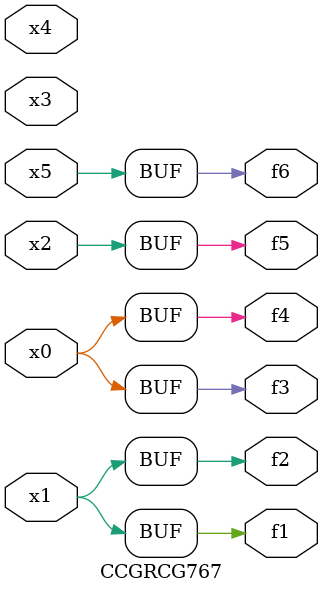
<source format=v>
module CCGRCG767(
	input x0, x1, x2, x3, x4, x5,
	output f1, f2, f3, f4, f5, f6
);
	assign f1 = x1;
	assign f2 = x1;
	assign f3 = x0;
	assign f4 = x0;
	assign f5 = x2;
	assign f6 = x5;
endmodule

</source>
